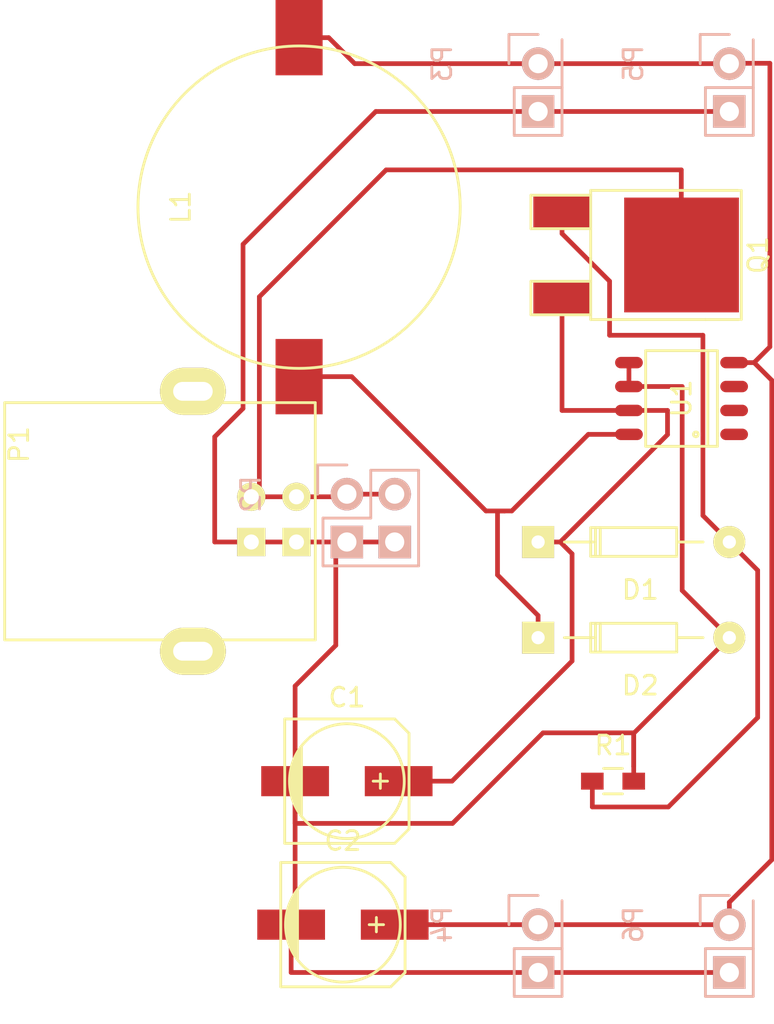
<source format=kicad_pcb>
(kicad_pcb (version 4) (host pcbnew 4.0.2+dfsg1-stable)

  (general
    (links 30)
    (no_connects 2)
    (area 80.43 58.391666 121.879 114.64)
    (thickness 1.6)
    (drawings 0)
    (tracks 92)
    (zones 0)
    (modules 14)
    (nets 10)
  )

  (page A4)
  (layers
    (0 F.Cu signal)
    (31 B.Cu signal hide)
    (32 B.Adhes user)
    (33 F.Adhes user)
    (34 B.Paste user)
    (35 F.Paste user)
    (36 B.SilkS user)
    (37 F.SilkS user)
    (38 B.Mask user)
    (39 F.Mask user)
    (40 Dwgs.User user)
    (41 Cmts.User user)
    (42 Eco1.User user)
    (43 Eco2.User user)
    (44 Edge.Cuts user)
    (45 Margin user)
    (46 B.CrtYd user)
    (47 F.CrtYd user)
    (48 B.Fab user)
    (49 F.Fab user)
  )

  (setup
    (last_trace_width 0.25)
    (trace_clearance 0.2)
    (zone_clearance 0.508)
    (zone_45_only no)
    (trace_min 0.2)
    (segment_width 0.2)
    (edge_width 0.15)
    (via_size 0.6)
    (via_drill 0.4)
    (via_min_size 0.4)
    (via_min_drill 0.3)
    (uvia_size 0.3)
    (uvia_drill 0.1)
    (uvias_allowed no)
    (uvia_min_size 0.2)
    (uvia_min_drill 0.1)
    (pcb_text_width 0.3)
    (pcb_text_size 1.5 1.5)
    (mod_edge_width 0.15)
    (mod_text_size 1 1)
    (mod_text_width 0.15)
    (pad_size 1.7272 1.7272)
    (pad_drill 1.016)
    (pad_to_mask_clearance 0.2)
    (aux_axis_origin 0 0)
    (visible_elements FFFFFF7F)
    (pcbplotparams
      (layerselection 0x00030_80000001)
      (usegerberextensions false)
      (excludeedgelayer true)
      (linewidth 0.100000)
      (plotframeref false)
      (viasonmask false)
      (mode 1)
      (useauxorigin false)
      (hpglpennumber 1)
      (hpglpenspeed 20)
      (hpglpendiameter 15)
      (hpglpenoverlay 2)
      (psnegative false)
      (psa4output false)
      (plotreference true)
      (plotvalue true)
      (plotinvisibletext false)
      (padsonsilk false)
      (subtractmaskfromsilk false)
      (outputformat 1)
      (mirror false)
      (drillshape 1)
      (scaleselection 1)
      (outputdirectory ""))
  )

  (net 0 "")
  (net 1 "Net-(C1-Pad1)")
  (net 2 GND)
  (net 3 "Net-(C2-Pad1)")
  (net 4 "Net-(D1-Pad2)")
  (net 5 "Net-(D2-Pad1)")
  (net 6 VCC)
  (net 7 "Net-(U1-Pad1)")
  (net 8 "Net-(U1-Pad2)")
  (net 9 "Net-(U1-Pad3)")

  (net_class Default "This is the default net class."
    (clearance 0.2)
    (trace_width 0.25)
    (via_dia 0.6)
    (via_drill 0.4)
    (uvia_dia 0.3)
    (uvia_drill 0.1)
    (add_net GND)
    (add_net "Net-(C1-Pad1)")
    (add_net "Net-(C2-Pad1)")
    (add_net "Net-(D1-Pad2)")
    (add_net "Net-(D2-Pad1)")
    (add_net "Net-(U1-Pad1)")
    (add_net "Net-(U1-Pad2)")
    (add_net "Net-(U1-Pad3)")
    (add_net VCC)
  )

  (module Capacitors_SMD:c_elec_6.3x5.3 (layer F.Cu) (tedit 55725E31) (tstamp 5AA1E130)
    (at 99.06 101.6)
    (descr "SMT capacitor, aluminium electrolytic, 6.3x5.3")
    (path /5AA2005A)
    (attr smd)
    (fp_text reference C1 (at 0 -4.445) (layer F.SilkS)
      (effects (font (size 1 1) (thickness 0.15)))
    )
    (fp_text value "100 µF" (at 0 4.445) (layer F.Fab)
      (effects (font (size 1 1) (thickness 0.15)))
    )
    (fp_line (start -4.85 -3.65) (end 4.85 -3.65) (layer F.CrtYd) (width 0.05))
    (fp_line (start 4.85 -3.65) (end 4.85 3.65) (layer F.CrtYd) (width 0.05))
    (fp_line (start 4.85 3.65) (end -4.85 3.65) (layer F.CrtYd) (width 0.05))
    (fp_line (start -4.85 3.65) (end -4.85 -3.65) (layer F.CrtYd) (width 0.05))
    (fp_line (start -2.921 -0.762) (end -2.921 0.762) (layer F.SilkS) (width 0.15))
    (fp_line (start -2.794 1.143) (end -2.794 -1.143) (layer F.SilkS) (width 0.15))
    (fp_line (start -2.667 -1.397) (end -2.667 1.397) (layer F.SilkS) (width 0.15))
    (fp_line (start -2.54 1.651) (end -2.54 -1.651) (layer F.SilkS) (width 0.15))
    (fp_line (start -2.413 -1.778) (end -2.413 1.778) (layer F.SilkS) (width 0.15))
    (fp_line (start -3.302 -3.302) (end -3.302 3.302) (layer F.SilkS) (width 0.15))
    (fp_line (start -3.302 3.302) (end 2.54 3.302) (layer F.SilkS) (width 0.15))
    (fp_line (start 2.54 3.302) (end 3.302 2.54) (layer F.SilkS) (width 0.15))
    (fp_line (start 3.302 2.54) (end 3.302 -2.54) (layer F.SilkS) (width 0.15))
    (fp_line (start 3.302 -2.54) (end 2.54 -3.302) (layer F.SilkS) (width 0.15))
    (fp_line (start 2.54 -3.302) (end -3.302 -3.302) (layer F.SilkS) (width 0.15))
    (fp_line (start 2.159 0) (end 1.397 0) (layer F.SilkS) (width 0.15))
    (fp_line (start 1.778 -0.381) (end 1.778 0.381) (layer F.SilkS) (width 0.15))
    (fp_circle (center 0 0) (end -3.048 0) (layer F.SilkS) (width 0.15))
    (pad 1 smd rect (at 2.75082 0) (size 3.59918 1.6002) (layers F.Cu F.Paste F.Mask)
      (net 1 "Net-(C1-Pad1)"))
    (pad 2 smd rect (at -2.75082 0) (size 3.59918 1.6002) (layers F.Cu F.Paste F.Mask)
      (net 2 GND))
    (model Capacitors_SMD.3dshapes/c_elec_6.3x5.3.wrl
      (at (xyz 0 0 0))
      (scale (xyz 1 1 1))
      (rotate (xyz 0 0 0))
    )
  )

  (module Capacitors_SMD:c_elec_6.3x5.3 (layer F.Cu) (tedit 55725E31) (tstamp 5AA1E148)
    (at 98.8492 109.22)
    (descr "SMT capacitor, aluminium electrolytic, 6.3x5.3")
    (path /5AA200EB)
    (attr smd)
    (fp_text reference C2 (at 0 -4.445) (layer F.SilkS)
      (effects (font (size 1 1) (thickness 0.15)))
    )
    (fp_text value "100 µF" (at 0 4.445) (layer F.Fab)
      (effects (font (size 1 1) (thickness 0.15)))
    )
    (fp_line (start -4.85 -3.65) (end 4.85 -3.65) (layer F.CrtYd) (width 0.05))
    (fp_line (start 4.85 -3.65) (end 4.85 3.65) (layer F.CrtYd) (width 0.05))
    (fp_line (start 4.85 3.65) (end -4.85 3.65) (layer F.CrtYd) (width 0.05))
    (fp_line (start -4.85 3.65) (end -4.85 -3.65) (layer F.CrtYd) (width 0.05))
    (fp_line (start -2.921 -0.762) (end -2.921 0.762) (layer F.SilkS) (width 0.15))
    (fp_line (start -2.794 1.143) (end -2.794 -1.143) (layer F.SilkS) (width 0.15))
    (fp_line (start -2.667 -1.397) (end -2.667 1.397) (layer F.SilkS) (width 0.15))
    (fp_line (start -2.54 1.651) (end -2.54 -1.651) (layer F.SilkS) (width 0.15))
    (fp_line (start -2.413 -1.778) (end -2.413 1.778) (layer F.SilkS) (width 0.15))
    (fp_line (start -3.302 -3.302) (end -3.302 3.302) (layer F.SilkS) (width 0.15))
    (fp_line (start -3.302 3.302) (end 2.54 3.302) (layer F.SilkS) (width 0.15))
    (fp_line (start 2.54 3.302) (end 3.302 2.54) (layer F.SilkS) (width 0.15))
    (fp_line (start 3.302 2.54) (end 3.302 -2.54) (layer F.SilkS) (width 0.15))
    (fp_line (start 3.302 -2.54) (end 2.54 -3.302) (layer F.SilkS) (width 0.15))
    (fp_line (start 2.54 -3.302) (end -3.302 -3.302) (layer F.SilkS) (width 0.15))
    (fp_line (start 2.159 0) (end 1.397 0) (layer F.SilkS) (width 0.15))
    (fp_line (start 1.778 -0.381) (end 1.778 0.381) (layer F.SilkS) (width 0.15))
    (fp_circle (center 0 0) (end -3.048 0) (layer F.SilkS) (width 0.15))
    (pad 1 smd rect (at 2.75082 0) (size 3.59918 1.6002) (layers F.Cu F.Paste F.Mask)
      (net 3 "Net-(C2-Pad1)"))
    (pad 2 smd rect (at -2.75082 0) (size 3.59918 1.6002) (layers F.Cu F.Paste F.Mask)
      (net 2 GND))
    (model Capacitors_SMD.3dshapes/c_elec_6.3x5.3.wrl
      (at (xyz 0 0 0))
      (scale (xyz 1 1 1))
      (rotate (xyz 0 0 0))
    )
  )

  (module Diodes_ThroughHole:Diode_DO-35_SOD27_Horizontal_RM10 (layer F.Cu) (tedit 552FFC30) (tstamp 5AA1E157)
    (at 109.219 88.9025)
    (descr "Diode, DO-35,  SOD27, Horizontal, RM 10mm")
    (tags "Diode, DO-35, SOD27, Horizontal, RM 10mm, 1N4148,")
    (path /5AA1A9A1)
    (fp_text reference D1 (at 5.43052 2.53746) (layer F.SilkS)
      (effects (font (size 1 1) (thickness 0.15)))
    )
    (fp_text value ZPD5.1 (at 4.41452 -3.55854) (layer F.Fab)
      (effects (font (size 1 1) (thickness 0.15)))
    )
    (fp_line (start 7.36652 -0.00254) (end 8.76352 -0.00254) (layer F.SilkS) (width 0.15))
    (fp_line (start 2.92152 -0.00254) (end 1.39752 -0.00254) (layer F.SilkS) (width 0.15))
    (fp_line (start 3.30252 -0.76454) (end 3.30252 0.75946) (layer F.SilkS) (width 0.15))
    (fp_line (start 3.04852 -0.76454) (end 3.04852 0.75946) (layer F.SilkS) (width 0.15))
    (fp_line (start 2.79452 -0.00254) (end 2.79452 0.75946) (layer F.SilkS) (width 0.15))
    (fp_line (start 2.79452 0.75946) (end 7.36652 0.75946) (layer F.SilkS) (width 0.15))
    (fp_line (start 7.36652 0.75946) (end 7.36652 -0.76454) (layer F.SilkS) (width 0.15))
    (fp_line (start 7.36652 -0.76454) (end 2.79452 -0.76454) (layer F.SilkS) (width 0.15))
    (fp_line (start 2.79452 -0.76454) (end 2.79452 -0.00254) (layer F.SilkS) (width 0.15))
    (pad 2 thru_hole circle (at 10.16052 -0.00254 180) (size 1.69926 1.69926) (drill 0.70104) (layers *.Cu *.Mask F.SilkS)
      (net 4 "Net-(D1-Pad2)"))
    (pad 1 thru_hole rect (at 0.00052 -0.00254 180) (size 1.69926 1.69926) (drill 0.70104) (layers *.Cu *.Mask F.SilkS)
      (net 1 "Net-(C1-Pad1)"))
    (model Diodes_ThroughHole.3dshapes/Diode_DO-35_SOD27_Horizontal_RM10.wrl
      (at (xyz 0.2 0 0))
      (scale (xyz 0.4 0.4 0.4))
      (rotate (xyz 0 0 180))
    )
  )

  (module Diodes_ThroughHole:Diode_DO-35_SOD27_Horizontal_RM10 (layer F.Cu) (tedit 552FFC30) (tstamp 5AA1E166)
    (at 109.219 93.9825)
    (descr "Diode, DO-35,  SOD27, Horizontal, RM 10mm")
    (tags "Diode, DO-35, SOD27, Horizontal, RM 10mm, 1N4148,")
    (path /5AA1A9EA)
    (fp_text reference D2 (at 5.43052 2.53746) (layer F.SilkS)
      (effects (font (size 1 1) (thickness 0.15)))
    )
    (fp_text value ZDP5.1 (at 4.41452 -3.55854) (layer F.Fab)
      (effects (font (size 1 1) (thickness 0.15)))
    )
    (fp_line (start 7.36652 -0.00254) (end 8.76352 -0.00254) (layer F.SilkS) (width 0.15))
    (fp_line (start 2.92152 -0.00254) (end 1.39752 -0.00254) (layer F.SilkS) (width 0.15))
    (fp_line (start 3.30252 -0.76454) (end 3.30252 0.75946) (layer F.SilkS) (width 0.15))
    (fp_line (start 3.04852 -0.76454) (end 3.04852 0.75946) (layer F.SilkS) (width 0.15))
    (fp_line (start 2.79452 -0.00254) (end 2.79452 0.75946) (layer F.SilkS) (width 0.15))
    (fp_line (start 2.79452 0.75946) (end 7.36652 0.75946) (layer F.SilkS) (width 0.15))
    (fp_line (start 7.36652 0.75946) (end 7.36652 -0.76454) (layer F.SilkS) (width 0.15))
    (fp_line (start 7.36652 -0.76454) (end 2.79452 -0.76454) (layer F.SilkS) (width 0.15))
    (fp_line (start 2.79452 -0.76454) (end 2.79452 -0.00254) (layer F.SilkS) (width 0.15))
    (pad 2 thru_hole circle (at 10.16052 -0.00254 180) (size 1.69926 1.69926) (drill 0.70104) (layers *.Cu *.Mask F.SilkS)
      (net 2 GND))
    (pad 1 thru_hole rect (at 0.00052 -0.00254 180) (size 1.69926 1.69926) (drill 0.70104) (layers *.Cu *.Mask F.SilkS)
      (net 5 "Net-(D2-Pad1)"))
    (model Diodes_ThroughHole.3dshapes/Diode_DO-35_SOD27_Horizontal_RM10.wrl
      (at (xyz 0.2 0 0))
      (scale (xyz 0.4 0.4 0.4))
      (rotate (xyz 0 0 180))
    )
  )

  (module footprints:Inductor18.4x15 (layer F.Cu) (tedit 5AA1CF0D) (tstamp 5AA1E16D)
    (at 96.52 71.12 270)
    (path /5AA1E400)
    (fp_text reference L1 (at 0 6.2865 270) (layer F.SilkS)
      (effects (font (size 1 1) (thickness 0.15)))
    )
    (fp_text value "110 µH" (at 0 -3.2385 270) (layer F.Fab)
      (effects (font (size 1 1) (thickness 0.15)))
    )
    (fp_circle (center 0 0) (end 1.397 -8.4455) (layer F.SilkS) (width 0.15))
    (pad 1 smd rect (at -9 0 270) (size 4 2.5) (layers F.Cu F.Paste F.Mask)
      (net 3 "Net-(C2-Pad1)"))
    (pad 2 smd rect (at 9 0 270) (size 4 2.5) (layers F.Cu F.Paste F.Mask)
      (net 5 "Net-(D2-Pad1)"))
  )

  (module "footprints:USB A" (layer F.Cu) (tedit 5AA1E3CA) (tstamp 5AA1E17B)
    (at 80.88 81.5 270)
    (path /5AA1A654)
    (fp_text reference P1 (at 2.2225 -0.762 270) (layer F.SilkS)
      (effects (font (size 1 1) (thickness 0.15)))
    )
    (fp_text value USB_A (at 6.6675 -10.16 270) (layer F.Fab)
      (effects (font (size 1 1) (thickness 0.15)))
    )
    (fp_line (start 0 -16.5) (end 12.6 -16.5) (layer F.SilkS) (width 0.15))
    (fp_line (start 12.6 -16.5) (end 12.6 0) (layer F.SilkS) (width 0.15))
    (fp_line (start 0 0) (end 12.6 0) (layer F.SilkS) (width 0.15))
    (fp_line (start 0 0) (end 0 -16.5) (layer F.SilkS) (width 0.15))
    (pad Dong thru_hole oval (at 13.2 -10 270) (size 2.5 3.5) (drill oval 1 2.1) (layers *.Cu *.Mask F.SilkS))
    (pad D+ thru_hole rect (at 7.4 -13.1 270) (size 1.5 1.5) (drill 0.8) (layers *.Cu *.Mask F.SilkS)
      (net 2 GND))
    (pad GND thru_hole circle (at 5 -13.1 270) (size 1.5 1.5) (drill 0.8) (layers *.Cu *.Mask F.SilkS)
      (net 6 VCC))
    (pad D- thru_hole rect (at 7.4 -15.5 270) (size 1.5 1.5) (drill 0.8) (layers *.Cu *.Mask F.SilkS)
      (net 2 GND))
    (pad VCC thru_hole circle (at 5 -15.5 270) (size 1.5 1.5) (drill 0.8) (layers *.Cu *.Mask F.SilkS)
      (net 6 VCC))
    (pad Ding thru_hole oval (at -0.6 -10 270) (size 2.5 3.5) (drill oval 1 2.1) (layers *.Cu *.Mask F.SilkS))
  )

  (module Pin_Headers:Pin_Header_Straight_2x02 (layer B.Cu) (tedit 5AA1E337) (tstamp 5AA1E18F)
    (at 99.06 86.36 270)
    (descr "Through hole pin header")
    (tags "pin header")
    (path /5AA1AE06)
    (fp_text reference P2 (at 0 5.1 270) (layer B.SilkS)
      (effects (font (size 1 1) (thickness 0.15)) (justify mirror))
    )
    (fp_text value CONN_02X02 (at 0 3.1 270) (layer B.Fab)
      (effects (font (size 1 1) (thickness 0.15)) (justify mirror))
    )
    (fp_line (start -1.75 1.75) (end -1.75 -4.3) (layer B.CrtYd) (width 0.05))
    (fp_line (start 4.3 1.75) (end 4.3 -4.3) (layer B.CrtYd) (width 0.05))
    (fp_line (start -1.75 1.75) (end 4.3 1.75) (layer B.CrtYd) (width 0.05))
    (fp_line (start -1.75 -4.3) (end 4.3 -4.3) (layer B.CrtYd) (width 0.05))
    (fp_line (start -1.55 0) (end -1.55 1.55) (layer B.SilkS) (width 0.15))
    (fp_line (start 0 1.55) (end -1.55 1.55) (layer B.SilkS) (width 0.15))
    (fp_line (start -1.27 -1.27) (end 1.27 -1.27) (layer B.SilkS) (width 0.15))
    (fp_line (start 1.27 -1.27) (end 1.27 1.27) (layer B.SilkS) (width 0.15))
    (fp_line (start 1.27 1.27) (end 3.81 1.27) (layer B.SilkS) (width 0.15))
    (fp_line (start 3.81 1.27) (end 3.81 -3.81) (layer B.SilkS) (width 0.15))
    (fp_line (start 3.81 -3.81) (end -1.27 -3.81) (layer B.SilkS) (width 0.15))
    (fp_line (start -1.27 -3.81) (end -1.27 -1.27) (layer B.SilkS) (width 0.15))
    (pad 1 thru_hole circle (at 0 0 270) (size 1.7272 1.7272) (drill 1.016) (layers *.Cu *.Mask B.SilkS)
      (net 6 VCC))
    (pad 2 thru_hole rect (at 2.54 0 270) (size 1.7272 1.7272) (drill 1.016) (layers *.Cu *.Mask B.SilkS)
      (net 2 GND))
    (pad 3 thru_hole oval (at 0 -2.54 270) (size 1.7272 1.7272) (drill 1.016) (layers *.Cu *.Mask B.SilkS)
      (net 6 VCC))
    (pad 4 thru_hole rect (at 2.54 -2.54 270) (size 1.7272 1.7272) (drill 1.016) (layers *.Cu *.Mask B.SilkS)
      (net 2 GND))
    (model Pin_Headers.3dshapes/Pin_Header_Straight_2x02.wrl
      (at (xyz 0.05 -0.05 0))
      (scale (xyz 1 1 1))
      (rotate (xyz 0 0 90))
    )
  )

  (module Pin_Headers:Pin_Header_Straight_2x01 (layer B.Cu) (tedit 5AA1EB60) (tstamp 5AA1E1A0)
    (at 109.22 63.5 270)
    (descr "Through hole pin header")
    (tags "pin header")
    (path /5AA1AFB2)
    (fp_text reference P3 (at 0 5.1 270) (layer B.SilkS)
      (effects (font (size 1 1) (thickness 0.15)) (justify mirror))
    )
    (fp_text value CONN_02X01 (at 0 3.1 270) (layer B.Fab)
      (effects (font (size 1 1) (thickness 0.15)) (justify mirror))
    )
    (fp_line (start -1.75 1.75) (end -1.75 -1.75) (layer B.CrtYd) (width 0.05))
    (fp_line (start 4.3 1.75) (end 4.3 -1.75) (layer B.CrtYd) (width 0.05))
    (fp_line (start -1.75 1.75) (end 4.3 1.75) (layer B.CrtYd) (width 0.05))
    (fp_line (start -1.75 -1.75) (end 4.3 -1.75) (layer B.CrtYd) (width 0.05))
    (fp_line (start -1.55 0) (end -1.55 1.55) (layer B.SilkS) (width 0.15))
    (fp_line (start 0 1.55) (end -1.55 1.55) (layer B.SilkS) (width 0.15))
    (fp_line (start -1.27 -1.27) (end 1.27 -1.27) (layer B.SilkS) (width 0.15))
    (fp_line (start 3.81 1.27) (end 1.27 1.27) (layer B.SilkS) (width 0.15))
    (fp_line (start 1.27 1.27) (end 1.27 -1.27) (layer B.SilkS) (width 0.15))
    (fp_line (start 1.27 -1.27) (end 3.81 -1.27) (layer B.SilkS) (width 0.15))
    (fp_line (start 3.81 -1.27) (end 3.81 1.27) (layer B.SilkS) (width 0.15))
    (pad 1 thru_hole oval (at 0 0 270) (size 1.7272 1.7272) (drill 1.016) (layers *.Cu *.Mask B.SilkS)
      (net 3 "Net-(C2-Pad1)"))
    (pad 2 thru_hole rect (at 2.54 0 270) (size 1.7272 1.7272) (drill 1.016) (layers *.Cu *.Mask B.SilkS)
      (net 2 GND))
    (model Pin_Headers.3dshapes/Pin_Header_Straight_2x01.wrl
      (at (xyz 0.05 0 0))
      (scale (xyz 1 1 1))
      (rotate (xyz 0 0 90))
    )
  )

  (module Pin_Headers:Pin_Header_Straight_2x01 (layer B.Cu) (tedit 5AA1EB24) (tstamp 5AA1E1B1)
    (at 109.22 109.22 270)
    (descr "Through hole pin header")
    (tags "pin header")
    (path /5AA1AF73)
    (fp_text reference P4 (at 0 5.1 270) (layer B.SilkS)
      (effects (font (size 1 1) (thickness 0.15)) (justify mirror))
    )
    (fp_text value CONN_02X01 (at 0 3.1 270) (layer B.Fab)
      (effects (font (size 1 1) (thickness 0.15)) (justify mirror))
    )
    (fp_line (start -1.75 1.75) (end -1.75 -1.75) (layer B.CrtYd) (width 0.05))
    (fp_line (start 4.3 1.75) (end 4.3 -1.75) (layer B.CrtYd) (width 0.05))
    (fp_line (start -1.75 1.75) (end 4.3 1.75) (layer B.CrtYd) (width 0.05))
    (fp_line (start -1.75 -1.75) (end 4.3 -1.75) (layer B.CrtYd) (width 0.05))
    (fp_line (start -1.55 0) (end -1.55 1.55) (layer B.SilkS) (width 0.15))
    (fp_line (start 0 1.55) (end -1.55 1.55) (layer B.SilkS) (width 0.15))
    (fp_line (start -1.27 -1.27) (end 1.27 -1.27) (layer B.SilkS) (width 0.15))
    (fp_line (start 3.81 1.27) (end 1.27 1.27) (layer B.SilkS) (width 0.15))
    (fp_line (start 1.27 1.27) (end 1.27 -1.27) (layer B.SilkS) (width 0.15))
    (fp_line (start 1.27 -1.27) (end 3.81 -1.27) (layer B.SilkS) (width 0.15))
    (fp_line (start 3.81 -1.27) (end 3.81 1.27) (layer B.SilkS) (width 0.15))
    (pad 1 thru_hole circle (at 0 0 270) (size 1.7272 1.7272) (drill 1.016) (layers *.Cu *.Mask B.SilkS)
      (net 3 "Net-(C2-Pad1)"))
    (pad 2 thru_hole rect (at 2.54 0 270) (size 1.7272 1.7272) (drill 1.016) (layers *.Cu *.Mask B.SilkS)
      (net 2 GND))
    (model Pin_Headers.3dshapes/Pin_Header_Straight_2x01.wrl
      (at (xyz 0.05 0 0))
      (scale (xyz 1 1 1))
      (rotate (xyz 0 0 90))
    )
  )

  (module Pin_Headers:Pin_Header_Straight_2x01 (layer B.Cu) (tedit 5AA1EB64) (tstamp 5AA1E1C2)
    (at 119.38 63.5 270)
    (descr "Through hole pin header")
    (tags "pin header")
    (path /5AA1AF39)
    (fp_text reference P5 (at 0 5.1 270) (layer B.SilkS)
      (effects (font (size 1 1) (thickness 0.15)) (justify mirror))
    )
    (fp_text value CONN_02X01 (at 0 3.1 270) (layer B.Fab)
      (effects (font (size 1 1) (thickness 0.15)) (justify mirror))
    )
    (fp_line (start -1.75 1.75) (end -1.75 -1.75) (layer B.CrtYd) (width 0.05))
    (fp_line (start 4.3 1.75) (end 4.3 -1.75) (layer B.CrtYd) (width 0.05))
    (fp_line (start -1.75 1.75) (end 4.3 1.75) (layer B.CrtYd) (width 0.05))
    (fp_line (start -1.75 -1.75) (end 4.3 -1.75) (layer B.CrtYd) (width 0.05))
    (fp_line (start -1.55 0) (end -1.55 1.55) (layer B.SilkS) (width 0.15))
    (fp_line (start 0 1.55) (end -1.55 1.55) (layer B.SilkS) (width 0.15))
    (fp_line (start -1.27 -1.27) (end 1.27 -1.27) (layer B.SilkS) (width 0.15))
    (fp_line (start 3.81 1.27) (end 1.27 1.27) (layer B.SilkS) (width 0.15))
    (fp_line (start 1.27 1.27) (end 1.27 -1.27) (layer B.SilkS) (width 0.15))
    (fp_line (start 1.27 -1.27) (end 3.81 -1.27) (layer B.SilkS) (width 0.15))
    (fp_line (start 3.81 -1.27) (end 3.81 1.27) (layer B.SilkS) (width 0.15))
    (pad 1 thru_hole oval (at 0 0 270) (size 1.7272 1.7272) (drill 1.016) (layers *.Cu *.Mask B.SilkS)
      (net 3 "Net-(C2-Pad1)"))
    (pad 2 thru_hole rect (at 2.54 0 270) (size 1.7272 1.7272) (drill 1.016) (layers *.Cu *.Mask B.SilkS)
      (net 2 GND))
    (model Pin_Headers.3dshapes/Pin_Header_Straight_2x01.wrl
      (at (xyz 0.05 0 0))
      (scale (xyz 1 1 1))
      (rotate (xyz 0 0 90))
    )
  )

  (module Pin_Headers:Pin_Header_Straight_2x01 (layer B.Cu) (tedit 5AA1EB31) (tstamp 5AA1E1D3)
    (at 119.38 109.22 270)
    (descr "Through hole pin header")
    (tags "pin header")
    (path /5AA1AED9)
    (fp_text reference P6 (at 0 5.1 270) (layer B.SilkS)
      (effects (font (size 1 1) (thickness 0.15)) (justify mirror))
    )
    (fp_text value CONN_02X01 (at 0 3.1 270) (layer B.Fab)
      (effects (font (size 1 1) (thickness 0.15)) (justify mirror))
    )
    (fp_line (start -1.75 1.75) (end -1.75 -1.75) (layer B.CrtYd) (width 0.05))
    (fp_line (start 4.3 1.75) (end 4.3 -1.75) (layer B.CrtYd) (width 0.05))
    (fp_line (start -1.75 1.75) (end 4.3 1.75) (layer B.CrtYd) (width 0.05))
    (fp_line (start -1.75 -1.75) (end 4.3 -1.75) (layer B.CrtYd) (width 0.05))
    (fp_line (start -1.55 0) (end -1.55 1.55) (layer B.SilkS) (width 0.15))
    (fp_line (start 0 1.55) (end -1.55 1.55) (layer B.SilkS) (width 0.15))
    (fp_line (start -1.27 -1.27) (end 1.27 -1.27) (layer B.SilkS) (width 0.15))
    (fp_line (start 3.81 1.27) (end 1.27 1.27) (layer B.SilkS) (width 0.15))
    (fp_line (start 1.27 1.27) (end 1.27 -1.27) (layer B.SilkS) (width 0.15))
    (fp_line (start 1.27 -1.27) (end 3.81 -1.27) (layer B.SilkS) (width 0.15))
    (fp_line (start 3.81 -1.27) (end 3.81 1.27) (layer B.SilkS) (width 0.15))
    (pad 1 thru_hole oval (at 0 0 270) (size 1.7272 1.7272) (drill 1.016) (layers *.Cu *.Mask B.SilkS)
      (net 3 "Net-(C2-Pad1)"))
    (pad 2 thru_hole rect (at 2.54 0 270) (size 1.7272 1.7272) (drill 1.016) (layers *.Cu *.Mask B.SilkS)
      (net 2 GND))
    (model Pin_Headers.3dshapes/Pin_Header_Straight_2x01.wrl
      (at (xyz 0.05 0 0))
      (scale (xyz 1 1 1))
      (rotate (xyz 0 0 90))
    )
  )

  (module TO_SOT_Packages_SMD:TO-252-2Lead (layer F.Cu) (tedit 5AA1EA99) (tstamp 5AA1E1E5)
    (at 110.49 73.66 270)
    (descr "DPAK / TO-252 2-lead smd package")
    (tags "dpak TO-252")
    (path /5AA1A8CA)
    (attr smd)
    (fp_text reference Q1 (at 0 -10.414 270) (layer F.SilkS)
      (effects (font (size 1 1) (thickness 0.15)))
    )
    (fp_text value FR5305 (at 0 -2.413 270) (layer F.Fab)
      (effects (font (size 1 1) (thickness 0.15)))
    )
    (fp_line (start 1.397 -1.524) (end 1.397 1.651) (layer F.SilkS) (width 0.15))
    (fp_line (start 1.397 1.651) (end 3.175 1.651) (layer F.SilkS) (width 0.15))
    (fp_line (start 3.175 1.651) (end 3.175 -1.524) (layer F.SilkS) (width 0.15))
    (fp_line (start -3.175 -1.524) (end -3.175 1.651) (layer F.SilkS) (width 0.15))
    (fp_line (start -3.175 1.651) (end -1.397 1.651) (layer F.SilkS) (width 0.15))
    (fp_line (start -1.397 1.651) (end -1.397 -1.524) (layer F.SilkS) (width 0.15))
    (fp_line (start 3.429 -7.62) (end 3.429 -1.524) (layer F.SilkS) (width 0.15))
    (fp_line (start 3.429 -1.524) (end -3.429 -1.524) (layer F.SilkS) (width 0.15))
    (fp_line (start -3.429 -1.524) (end -3.429 -9.398) (layer F.SilkS) (width 0.15))
    (fp_line (start -3.429 -9.525) (end 3.429 -9.525) (layer F.SilkS) (width 0.15))
    (fp_line (start 3.429 -9.398) (end 3.429 -7.62) (layer F.SilkS) (width 0.15))
    (pad G smd rect (at -2.286 0 270) (size 1.651 3.048) (layers F.Cu F.Paste F.Mask)
      (net 4 "Net-(D1-Pad2)"))
    (pad D smd rect (at 0 -6.35 270) (size 6.096 6.096) (layers F.Cu F.Paste F.Mask)
      (net 6 VCC))
    (pad S smd rect (at 2.286 0 270) (size 1.651 3.048) (layers F.Cu F.Paste F.Mask)
      (net 1 "Net-(C1-Pad1)"))
    (model TO_SOT_Packages_SMD.3dshapes/TO-252-2Lead.wrl
      (at (xyz 0 0 0))
      (scale (xyz 1 1 1))
      (rotate (xyz 0 0 0))
    )
  )

  (module Resistors_SMD:R_0603_HandSoldering (layer F.Cu) (tedit 5418A00F) (tstamp 5AA1E1F1)
    (at 113.2 101.6)
    (descr "Resistor SMD 0603, hand soldering")
    (tags "resistor 0603")
    (path /5AA1AA56)
    (attr smd)
    (fp_text reference R1 (at 0 -1.9) (layer F.SilkS)
      (effects (font (size 1 1) (thickness 0.15)))
    )
    (fp_text value 100k (at 0 1.9) (layer F.Fab)
      (effects (font (size 1 1) (thickness 0.15)))
    )
    (fp_line (start -2 -0.8) (end 2 -0.8) (layer F.CrtYd) (width 0.05))
    (fp_line (start -2 0.8) (end 2 0.8) (layer F.CrtYd) (width 0.05))
    (fp_line (start -2 -0.8) (end -2 0.8) (layer F.CrtYd) (width 0.05))
    (fp_line (start 2 -0.8) (end 2 0.8) (layer F.CrtYd) (width 0.05))
    (fp_line (start 0.5 0.675) (end -0.5 0.675) (layer F.SilkS) (width 0.15))
    (fp_line (start -0.5 -0.675) (end 0.5 -0.675) (layer F.SilkS) (width 0.15))
    (pad 1 smd rect (at -1.1 0) (size 1.2 0.9) (layers F.Cu F.Paste F.Mask)
      (net 4 "Net-(D1-Pad2)"))
    (pad 2 smd rect (at 1.1 0) (size 1.2 0.9) (layers F.Cu F.Paste F.Mask)
      (net 2 GND))
    (model Resistors_SMD.3dshapes/R_0603_HandSoldering.wrl
      (at (xyz 0 0 0))
      (scale (xyz 1 1 1))
      (rotate (xyz 0 0 0))
    )
  )

  (module Power_Integrations:SO-8 (layer F.Cu) (tedit 0) (tstamp 5AA1E203)
    (at 116.84 81.28 90)
    (descr "SO-8 Surface Mount Small Outline 150mil 8pin Package")
    (tags "Power Integrations D Package")
    (path /5AA1A538)
    (fp_text reference U1 (at 0 0 90) (layer F.SilkS)
      (effects (font (size 1 1) (thickness 0.15)))
    )
    (fp_text value CEAE2594M-5.0 (at 0 0 90) (layer F.Fab)
      (effects (font (size 1 1) (thickness 0.15)))
    )
    (fp_circle (center -1.905 0.762) (end -1.778 0.762) (layer F.SilkS) (width 0.15))
    (fp_line (start -2.54 1.397) (end 2.54 1.397) (layer F.SilkS) (width 0.15))
    (fp_line (start -2.54 -1.905) (end 2.54 -1.905) (layer F.SilkS) (width 0.15))
    (fp_line (start -2.54 1.905) (end 2.54 1.905) (layer F.SilkS) (width 0.15))
    (fp_line (start -2.54 1.905) (end -2.54 -1.905) (layer F.SilkS) (width 0.15))
    (fp_line (start 2.54 1.905) (end 2.54 -1.905) (layer F.SilkS) (width 0.15))
    (pad 1 smd oval (at -1.905 2.794 90) (size 0.6096 1.4732) (layers F.Cu F.Paste F.Mask)
      (net 7 "Net-(U1-Pad1)"))
    (pad 2 smd oval (at -0.635 2.794 90) (size 0.6096 1.4732) (layers F.Cu F.Paste F.Mask)
      (net 8 "Net-(U1-Pad2)"))
    (pad 3 smd oval (at 0.635 2.794 90) (size 0.6096 1.4732) (layers F.Cu F.Paste F.Mask)
      (net 9 "Net-(U1-Pad3)"))
    (pad 4 smd oval (at 1.905 2.794 90) (size 0.6096 1.4732) (layers F.Cu F.Paste F.Mask)
      (net 3 "Net-(C2-Pad1)"))
    (pad 5 smd oval (at 1.905 -2.794 90) (size 0.6096 1.4732) (layers F.Cu F.Paste F.Mask)
      (net 2 GND))
    (pad 6 smd oval (at 0.635 -2.794 90) (size 0.6096 1.4732) (layers F.Cu F.Paste F.Mask)
      (net 2 GND))
    (pad 7 smd oval (at -0.635 -2.794 90) (size 0.6096 1.4732) (layers F.Cu F.Paste F.Mask)
      (net 1 "Net-(C1-Pad1)"))
    (pad 8 smd oval (at -1.905 -2.794 90) (size 0.6096 1.4732) (layers F.Cu F.Paste F.Mask)
      (net 5 "Net-(D2-Pad1)"))
  )

  (segment (start 114.046 81.915) (end 116.095297 81.915) (width 0.25) (layer F.Cu) (net 1))
  (segment (start 116.095297 81.915) (end 116.095297 83.199103) (width 0.25) (layer F.Cu) (net 1))
  (segment (start 116.095297 83.199103) (end 110.3944 88.9) (width 0.25) (layer F.Cu) (net 1))
  (segment (start 114.046 81.915) (end 110.49 81.915) (width 0.25) (layer F.Cu) (net 1))
  (segment (start 110.49 81.915) (end 110.49 75.946) (width 0.25) (layer F.Cu) (net 1))
  (segment (start 110.3944 88.9) (end 111.024138 89.529738) (width 0.25) (layer F.Cu) (net 1))
  (segment (start 111.024138 89.529738) (end 111.024138 95.220134) (width 0.25) (layer F.Cu) (net 1))
  (segment (start 111.024138 95.220134) (end 104.644272 101.6) (width 0.25) (layer F.Cu) (net 1))
  (segment (start 104.644272 101.6) (end 101.8108 101.6) (width 0.25) (layer F.Cu) (net 1))
  (segment (start 109.2195 88.9) (end 110.3944 88.9) (width 0.25) (layer F.Cu) (net 1))
  (segment (start 114.046 80.645) (end 116.873633 80.645) (width 0.25) (layer F.Cu) (net 2))
  (segment (start 116.873633 80.645) (end 116.873633 91.474133) (width 0.25) (layer F.Cu) (net 2))
  (segment (start 116.873633 91.474133) (end 119.3795 93.98) (width 0.25) (layer F.Cu) (net 2))
  (segment (start 119.3795 93.98) (end 114.3 99.0595) (width 0.25) (layer F.Cu) (net 2))
  (segment (start 114.3 99.0595) (end 114.3 100.8247) (width 0.25) (layer F.Cu) (net 2))
  (segment (start 96.3092 102.7255) (end 96.3092 108.81753) (width 0.25) (layer F.Cu) (net 2))
  (segment (start 96.3092 108.81753) (end 96.0984 109.02833) (width 0.25) (layer F.Cu) (net 2))
  (segment (start 96.0984 109.02833) (end 96.0984 111.76) (width 0.25) (layer F.Cu) (net 2))
  (segment (start 96.0984 111.76) (end 109.22 111.76) (width 0.25) (layer F.Cu) (net 2))
  (segment (start 96.3092 102.7255) (end 96.3092 103.843135) (width 0.25) (layer F.Cu) (net 2))
  (segment (start 114.3 99.034544) (end 114.3 100.8247) (width 0.25) (layer F.Cu) (net 2))
  (segment (start 96.3092 103.843135) (end 104.67355 103.843135) (width 0.25) (layer F.Cu) (net 2))
  (segment (start 104.67355 103.843135) (end 109.482141 99.034544) (width 0.25) (layer F.Cu) (net 2))
  (segment (start 109.482141 99.034544) (end 114.3 99.034544) (width 0.25) (layer F.Cu) (net 2))
  (segment (start 98.4715 88.9) (end 98.4715 94.386627) (width 0.25) (layer F.Cu) (net 2))
  (segment (start 98.4715 94.386627) (end 96.3092 96.548927) (width 0.25) (layer F.Cu) (net 2))
  (segment (start 96.3092 96.548927) (end 96.3092 102.6128) (width 0.25) (layer F.Cu) (net 2))
  (segment (start 96.3092 102.6128) (end 96.3092 102.7255) (width 0.25) (layer F.Cu) (net 2))
  (segment (start 93.98 88.9) (end 92.038115 88.9) (width 0.25) (layer F.Cu) (net 2))
  (segment (start 92.038115 88.9) (end 92.038115 83.313492) (width 0.25) (layer F.Cu) (net 2))
  (segment (start 92.038115 83.313492) (end 93.5422 81.809407) (width 0.25) (layer F.Cu) (net 2))
  (segment (start 93.5422 81.809407) (end 93.5422 73.093075) (width 0.25) (layer F.Cu) (net 2))
  (segment (start 93.5422 73.093075) (end 100.595275 66.04) (width 0.25) (layer F.Cu) (net 2))
  (segment (start 100.595275 66.04) (end 109.22 66.04) (width 0.25) (layer F.Cu) (net 2))
  (segment (start 109.22 111.76) (end 119.38 111.76) (width 0.25) (layer F.Cu) (net 2))
  (segment (start 99.06 88.9) (end 101.6 88.9) (width 0.25) (layer F.Cu) (net 2))
  (segment (start 96.38 88.9) (end 98.4715 88.9) (width 0.25) (layer F.Cu) (net 2))
  (segment (start 98.4715 88.9) (end 99.06 88.9) (width 0.25) (layer F.Cu) (net 2))
  (segment (start 114.046 80.645) (end 114.046 79.375) (width 0.25) (layer F.Cu) (net 2))
  (segment (start 119.38 66.04) (end 109.22 66.04) (width 0.25) (layer F.Cu) (net 2))
  (segment (start 93.98 88.9) (end 96.38 88.9) (width 0.25) (layer F.Cu) (net 2))
  (segment (start 114.3 101.6) (end 114.3 100.8247) (width 0.25) (layer F.Cu) (net 2))
  (segment (start 120.6959 79.375) (end 121.635502 80.314602) (width 0.25) (layer F.Cu) (net 3))
  (segment (start 121.635502 80.314602) (end 121.635502 105.775598) (width 0.25) (layer F.Cu) (net 3))
  (segment (start 121.635502 105.775598) (end 119.38 108.0311) (width 0.25) (layer F.Cu) (net 3))
  (segment (start 119.38 108.0311) (end 119.38 109.22) (width 0.25) (layer F.Cu) (net 3))
  (segment (start 119.38 64.0629) (end 119.962716 63.480184) (width 0.25) (layer F.Cu) (net 3))
  (segment (start 119.962716 63.480184) (end 121.534055 63.480184) (width 0.25) (layer F.Cu) (net 3))
  (segment (start 121.534055 63.480184) (end 121.534055 78.536845) (width 0.25) (layer F.Cu) (net 3))
  (segment (start 121.534055 78.536845) (end 120.6959 79.375) (width 0.25) (layer F.Cu) (net 3))
  (segment (start 119.38 64.0629) (end 119.38 63.537674) (width 0.25) (layer F.Cu) (net 3))
  (segment (start 119.38 63.537674) (end 119.342326 63.5) (width 0.25) (layer F.Cu) (net 3))
  (segment (start 119.342326 63.5) (end 109.22 63.5) (width 0.25) (layer F.Cu) (net 3))
  (segment (start 99.4753 63.5) (end 98.0953 62.12) (width 0.25) (layer F.Cu) (net 3))
  (segment (start 109.22 63.5) (end 99.4753 63.5) (width 0.25) (layer F.Cu) (net 3))
  (segment (start 96.52 62.12) (end 98.0953 62.12) (width 0.25) (layer F.Cu) (net 3))
  (segment (start 119.634 79.375) (end 120.6959 79.375) (width 0.25) (layer F.Cu) (net 3))
  (segment (start 119.38 63.5) (end 119.38 64.0629) (width 0.25) (layer F.Cu) (net 3))
  (segment (start 101.6 109.22) (end 109.22 109.22) (width 0.25) (layer F.Cu) (net 3))
  (segment (start 109.22 109.22) (end 119.38 109.22) (width 0.25) (layer F.Cu) (net 3))
  (segment (start 112.1 101.6) (end 112.1 102.97069) (width 0.25) (layer F.Cu) (net 4))
  (segment (start 112.1 102.97069) (end 116.137071 102.97069) (width 0.25) (layer F.Cu) (net 4))
  (segment (start 116.137071 102.97069) (end 120.884794 98.222967) (width 0.25) (layer F.Cu) (net 4))
  (segment (start 120.884794 90.405294) (end 117.976276 87.496776) (width 0.25) (layer F.Cu) (net 4))
  (segment (start 120.884794 98.222967) (end 120.884794 90.405294) (width 0.25) (layer F.Cu) (net 4))
  (segment (start 117.976276 87.496776) (end 117.976276 77.922465) (width 0.25) (layer F.Cu) (net 4))
  (segment (start 113.0163 77.917897) (end 113.0163 75.0511) (width 0.25) (layer F.Cu) (net 4))
  (segment (start 117.976276 77.922465) (end 113.020868 77.922465) (width 0.25) (layer F.Cu) (net 4))
  (segment (start 113.020868 77.922465) (end 113.0163 77.917897) (width 0.25) (layer F.Cu) (net 4))
  (segment (start 113.0163 75.0511) (end 110.49 72.5248) (width 0.25) (layer F.Cu) (net 4))
  (segment (start 110.49 72.5248) (end 110.49 71.374) (width 0.25) (layer F.Cu) (net 4))
  (segment (start 107.445704 87.252304) (end 107.062989 87.252304) (width 0.25) (layer F.Cu) (net 5))
  (segment (start 109.2195 92.8051) (end 109.2195 93.98) (width 0.25) (layer F.Cu) (net 5))
  (segment (start 107.062989 87.252304) (end 107.062989 90.648589) (width 0.25) (layer F.Cu) (net 5))
  (segment (start 107.062989 90.648589) (end 109.2195 92.8051) (width 0.25) (layer F.Cu) (net 5))
  (segment (start 114.046 83.185) (end 111.887919 83.185) (width 0.25) (layer F.Cu) (net 5))
  (segment (start 111.887919 83.185) (end 107.820615 87.252304) (width 0.25) (layer F.Cu) (net 5))
  (segment (start 107.820615 87.252304) (end 107.445704 87.252304) (width 0.25) (layer F.Cu) (net 5))
  (segment (start 96.52 80.12) (end 99.315566 80.12) (width 0.25) (layer F.Cu) (net 5))
  (segment (start 99.315566 80.12) (end 106.44787 87.252304) (width 0.25) (layer F.Cu) (net 5))
  (segment (start 106.44787 87.252304) (end 107.445704 87.252304) (width 0.25) (layer F.Cu) (net 5))
  (segment (start 94.58 86.5) (end 94.40955 86.32955) (width 0.25) (layer F.Cu) (net 6))
  (segment (start 94.40955 86.32955) (end 94.40955 75.87782) (width 0.25) (layer F.Cu) (net 6))
  (segment (start 116.826911 73.66) (end 116.84 73.66) (width 0.25) (layer F.Cu) (net 6))
  (segment (start 94.40955 75.87782) (end 101.14644 69.14093) (width 0.25) (layer F.Cu) (net 6))
  (segment (start 101.14644 69.14093) (end 116.826911 69.14093) (width 0.25) (layer F.Cu) (net 6))
  (segment (start 116.826911 69.14093) (end 116.826911 73.66) (width 0.25) (layer F.Cu) (net 6))
  (segment (start 98.92 86.5) (end 99.06 86.36) (width 0.25) (layer F.Cu) (net 6))
  (segment (start 96.38 86.5) (end 98.92 86.5) (width 0.25) (layer F.Cu) (net 6))
  (segment (start 99.06 86.36) (end 101.6 86.36) (width 0.25) (layer F.Cu) (net 6))
  (segment (start 93.98 86.5) (end 94.58 86.5) (width 0.25) (layer F.Cu) (net 6))
  (segment (start 94.58 86.5) (end 96.38 86.5) (width 0.25) (layer F.Cu) (net 6))

)

</source>
